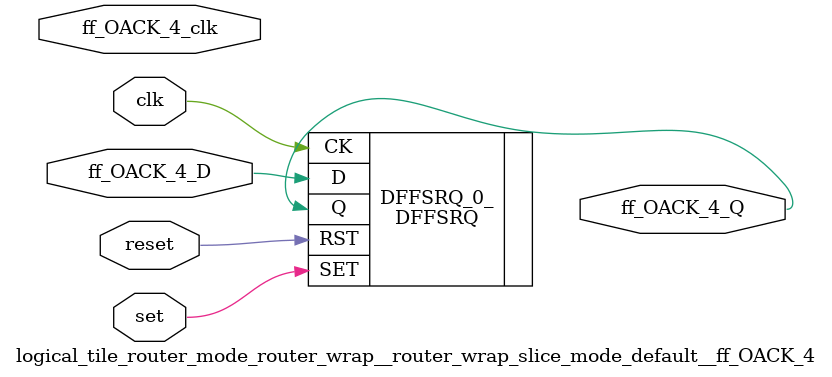
<source format=v>
`default_nettype none

module logical_tile_router_mode_router_wrap__router_wrap_slice_mode_default__ff_OACK_4(set,
                                                                                       reset,
                                                                                       clk,
                                                                                       ff_OACK_4_D,
                                                                                       ff_OACK_4_Q,
                                                                                       ff_OACK_4_clk);
//----- GLOBAL PORTS -----
input [0:0] set;
//----- GLOBAL PORTS -----
input [0:0] reset;
//----- GLOBAL PORTS -----
input [0:0] clk;
//----- INPUT PORTS -----
input [0:0] ff_OACK_4_D;
//----- OUTPUT PORTS -----
output [0:0] ff_OACK_4_Q;
//----- CLOCK PORTS -----
input [0:0] ff_OACK_4_clk;

//----- BEGIN wire-connection ports -----
wire [0:0] ff_OACK_4_D;
wire [0:0] ff_OACK_4_Q;
wire [0:0] ff_OACK_4_clk;
//----- END wire-connection ports -----


//----- BEGIN Registered ports -----
//----- END Registered ports -----



// ----- BEGIN Local short connections -----
// ----- END Local short connections -----
// ----- BEGIN Local output short connections -----
// ----- END Local output short connections -----

	DFFSRQ DFFSRQ_0_ (
		.SET(set),
		.RST(reset),
		.CK(clk),
		.D(ff_OACK_4_D),
		.Q(ff_OACK_4_Q));

endmodule
// ----- END Verilog module for logical_tile_router_mode_router_wrap__router_wrap_slice_mode_default__ff_OACK_4 -----

//----- Default net type -----
`default_nettype wire




</source>
